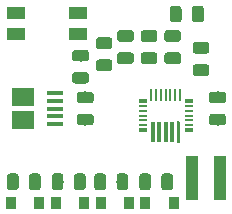
<source format=gbr>
G04 #@! TF.GenerationSoftware,KiCad,Pcbnew,(5.0.2)-1*
G04 #@! TF.CreationDate,2019-05-05T23:42:23+01:00*
G04 #@! TF.ProjectId,power-bank-upgrade,706f7765-722d-4626-916e-6b2d75706772,rev?*
G04 #@! TF.SameCoordinates,Original*
G04 #@! TF.FileFunction,Paste,Bot*
G04 #@! TF.FilePolarity,Positive*
%FSLAX46Y46*%
G04 Gerber Fmt 4.6, Leading zero omitted, Abs format (unit mm)*
G04 Created by KiCad (PCBNEW (5.0.2)-1) date 05/05/2019 23:42:23*
%MOMM*%
%LPD*%
G01*
G04 APERTURE LIST*
%ADD10R,0.980000X3.700000*%
%ADD11C,0.100000*%
%ADD12C,0.975000*%
%ADD13R,0.900000X1.000000*%
%ADD14R,1.550000X1.000000*%
%ADD15R,1.900000X1.500000*%
%ADD16R,1.350000X0.400000*%
%ADD17R,0.300000X1.800000*%
%ADD18R,0.700000X0.300000*%
%ADD19R,0.700000X0.200000*%
%ADD20R,0.200000X1.050000*%
%ADD21C,0.300000*%
G04 APERTURE END LIST*
D10*
G04 #@! TO.C,L1*
X36015000Y-186900000D03*
X38385000Y-186900000D03*
G04 #@! TD*
D11*
G04 #@! TO.C,R9*
G36*
X32330142Y-186501174D02*
X32353803Y-186504684D01*
X32377007Y-186510496D01*
X32399529Y-186518554D01*
X32421153Y-186528782D01*
X32441670Y-186541079D01*
X32460883Y-186555329D01*
X32478607Y-186571393D01*
X32494671Y-186589117D01*
X32508921Y-186608330D01*
X32521218Y-186628847D01*
X32531446Y-186650471D01*
X32539504Y-186672993D01*
X32545316Y-186696197D01*
X32548826Y-186719858D01*
X32550000Y-186743750D01*
X32550000Y-187656250D01*
X32548826Y-187680142D01*
X32545316Y-187703803D01*
X32539504Y-187727007D01*
X32531446Y-187749529D01*
X32521218Y-187771153D01*
X32508921Y-187791670D01*
X32494671Y-187810883D01*
X32478607Y-187828607D01*
X32460883Y-187844671D01*
X32441670Y-187858921D01*
X32421153Y-187871218D01*
X32399529Y-187881446D01*
X32377007Y-187889504D01*
X32353803Y-187895316D01*
X32330142Y-187898826D01*
X32306250Y-187900000D01*
X31818750Y-187900000D01*
X31794858Y-187898826D01*
X31771197Y-187895316D01*
X31747993Y-187889504D01*
X31725471Y-187881446D01*
X31703847Y-187871218D01*
X31683330Y-187858921D01*
X31664117Y-187844671D01*
X31646393Y-187828607D01*
X31630329Y-187810883D01*
X31616079Y-187791670D01*
X31603782Y-187771153D01*
X31593554Y-187749529D01*
X31585496Y-187727007D01*
X31579684Y-187703803D01*
X31576174Y-187680142D01*
X31575000Y-187656250D01*
X31575000Y-186743750D01*
X31576174Y-186719858D01*
X31579684Y-186696197D01*
X31585496Y-186672993D01*
X31593554Y-186650471D01*
X31603782Y-186628847D01*
X31616079Y-186608330D01*
X31630329Y-186589117D01*
X31646393Y-186571393D01*
X31664117Y-186555329D01*
X31683330Y-186541079D01*
X31703847Y-186528782D01*
X31725471Y-186518554D01*
X31747993Y-186510496D01*
X31771197Y-186504684D01*
X31794858Y-186501174D01*
X31818750Y-186500000D01*
X32306250Y-186500000D01*
X32330142Y-186501174D01*
X32330142Y-186501174D01*
G37*
D12*
X32062500Y-187200000D03*
D11*
G36*
X34205142Y-186501174D02*
X34228803Y-186504684D01*
X34252007Y-186510496D01*
X34274529Y-186518554D01*
X34296153Y-186528782D01*
X34316670Y-186541079D01*
X34335883Y-186555329D01*
X34353607Y-186571393D01*
X34369671Y-186589117D01*
X34383921Y-186608330D01*
X34396218Y-186628847D01*
X34406446Y-186650471D01*
X34414504Y-186672993D01*
X34420316Y-186696197D01*
X34423826Y-186719858D01*
X34425000Y-186743750D01*
X34425000Y-187656250D01*
X34423826Y-187680142D01*
X34420316Y-187703803D01*
X34414504Y-187727007D01*
X34406446Y-187749529D01*
X34396218Y-187771153D01*
X34383921Y-187791670D01*
X34369671Y-187810883D01*
X34353607Y-187828607D01*
X34335883Y-187844671D01*
X34316670Y-187858921D01*
X34296153Y-187871218D01*
X34274529Y-187881446D01*
X34252007Y-187889504D01*
X34228803Y-187895316D01*
X34205142Y-187898826D01*
X34181250Y-187900000D01*
X33693750Y-187900000D01*
X33669858Y-187898826D01*
X33646197Y-187895316D01*
X33622993Y-187889504D01*
X33600471Y-187881446D01*
X33578847Y-187871218D01*
X33558330Y-187858921D01*
X33539117Y-187844671D01*
X33521393Y-187828607D01*
X33505329Y-187810883D01*
X33491079Y-187791670D01*
X33478782Y-187771153D01*
X33468554Y-187749529D01*
X33460496Y-187727007D01*
X33454684Y-187703803D01*
X33451174Y-187680142D01*
X33450000Y-187656250D01*
X33450000Y-186743750D01*
X33451174Y-186719858D01*
X33454684Y-186696197D01*
X33460496Y-186672993D01*
X33468554Y-186650471D01*
X33478782Y-186628847D01*
X33491079Y-186608330D01*
X33505329Y-186589117D01*
X33521393Y-186571393D01*
X33539117Y-186555329D01*
X33558330Y-186541079D01*
X33578847Y-186528782D01*
X33600471Y-186518554D01*
X33622993Y-186510496D01*
X33646197Y-186504684D01*
X33669858Y-186501174D01*
X33693750Y-186500000D01*
X34181250Y-186500000D01*
X34205142Y-186501174D01*
X34205142Y-186501174D01*
G37*
D12*
X33937500Y-187200000D03*
G04 #@! TD*
D13*
G04 #@! TO.C,D2*
X20700000Y-189000000D03*
X23100000Y-189000000D03*
G04 #@! TD*
G04 #@! TO.C,D3*
X26900000Y-189000000D03*
X24500000Y-189000000D03*
G04 #@! TD*
G04 #@! TO.C,D5*
X32100000Y-189000000D03*
X34500000Y-189000000D03*
G04 #@! TD*
G04 #@! TO.C,D4*
X30700000Y-189000000D03*
X28300000Y-189000000D03*
G04 #@! TD*
D14*
G04 #@! TO.C,SW1*
X21175000Y-172950000D03*
X26425000Y-172950000D03*
X26425000Y-174650000D03*
X21175000Y-174650000D03*
G04 #@! TD*
D11*
G04 #@! TO.C,C1*
G36*
X34880142Y-176251174D02*
X34903803Y-176254684D01*
X34927007Y-176260496D01*
X34949529Y-176268554D01*
X34971153Y-176278782D01*
X34991670Y-176291079D01*
X35010883Y-176305329D01*
X35028607Y-176321393D01*
X35044671Y-176339117D01*
X35058921Y-176358330D01*
X35071218Y-176378847D01*
X35081446Y-176400471D01*
X35089504Y-176422993D01*
X35095316Y-176446197D01*
X35098826Y-176469858D01*
X35100000Y-176493750D01*
X35100000Y-176981250D01*
X35098826Y-177005142D01*
X35095316Y-177028803D01*
X35089504Y-177052007D01*
X35081446Y-177074529D01*
X35071218Y-177096153D01*
X35058921Y-177116670D01*
X35044671Y-177135883D01*
X35028607Y-177153607D01*
X35010883Y-177169671D01*
X34991670Y-177183921D01*
X34971153Y-177196218D01*
X34949529Y-177206446D01*
X34927007Y-177214504D01*
X34903803Y-177220316D01*
X34880142Y-177223826D01*
X34856250Y-177225000D01*
X33943750Y-177225000D01*
X33919858Y-177223826D01*
X33896197Y-177220316D01*
X33872993Y-177214504D01*
X33850471Y-177206446D01*
X33828847Y-177196218D01*
X33808330Y-177183921D01*
X33789117Y-177169671D01*
X33771393Y-177153607D01*
X33755329Y-177135883D01*
X33741079Y-177116670D01*
X33728782Y-177096153D01*
X33718554Y-177074529D01*
X33710496Y-177052007D01*
X33704684Y-177028803D01*
X33701174Y-177005142D01*
X33700000Y-176981250D01*
X33700000Y-176493750D01*
X33701174Y-176469858D01*
X33704684Y-176446197D01*
X33710496Y-176422993D01*
X33718554Y-176400471D01*
X33728782Y-176378847D01*
X33741079Y-176358330D01*
X33755329Y-176339117D01*
X33771393Y-176321393D01*
X33789117Y-176305329D01*
X33808330Y-176291079D01*
X33828847Y-176278782D01*
X33850471Y-176268554D01*
X33872993Y-176260496D01*
X33896197Y-176254684D01*
X33919858Y-176251174D01*
X33943750Y-176250000D01*
X34856250Y-176250000D01*
X34880142Y-176251174D01*
X34880142Y-176251174D01*
G37*
D12*
X34400000Y-176737500D03*
D11*
G36*
X34880142Y-174376174D02*
X34903803Y-174379684D01*
X34927007Y-174385496D01*
X34949529Y-174393554D01*
X34971153Y-174403782D01*
X34991670Y-174416079D01*
X35010883Y-174430329D01*
X35028607Y-174446393D01*
X35044671Y-174464117D01*
X35058921Y-174483330D01*
X35071218Y-174503847D01*
X35081446Y-174525471D01*
X35089504Y-174547993D01*
X35095316Y-174571197D01*
X35098826Y-174594858D01*
X35100000Y-174618750D01*
X35100000Y-175106250D01*
X35098826Y-175130142D01*
X35095316Y-175153803D01*
X35089504Y-175177007D01*
X35081446Y-175199529D01*
X35071218Y-175221153D01*
X35058921Y-175241670D01*
X35044671Y-175260883D01*
X35028607Y-175278607D01*
X35010883Y-175294671D01*
X34991670Y-175308921D01*
X34971153Y-175321218D01*
X34949529Y-175331446D01*
X34927007Y-175339504D01*
X34903803Y-175345316D01*
X34880142Y-175348826D01*
X34856250Y-175350000D01*
X33943750Y-175350000D01*
X33919858Y-175348826D01*
X33896197Y-175345316D01*
X33872993Y-175339504D01*
X33850471Y-175331446D01*
X33828847Y-175321218D01*
X33808330Y-175308921D01*
X33789117Y-175294671D01*
X33771393Y-175278607D01*
X33755329Y-175260883D01*
X33741079Y-175241670D01*
X33728782Y-175221153D01*
X33718554Y-175199529D01*
X33710496Y-175177007D01*
X33704684Y-175153803D01*
X33701174Y-175130142D01*
X33700000Y-175106250D01*
X33700000Y-174618750D01*
X33701174Y-174594858D01*
X33704684Y-174571197D01*
X33710496Y-174547993D01*
X33718554Y-174525471D01*
X33728782Y-174503847D01*
X33741079Y-174483330D01*
X33755329Y-174464117D01*
X33771393Y-174446393D01*
X33789117Y-174430329D01*
X33808330Y-174416079D01*
X33828847Y-174403782D01*
X33850471Y-174393554D01*
X33872993Y-174385496D01*
X33896197Y-174379684D01*
X33919858Y-174376174D01*
X33943750Y-174375000D01*
X34856250Y-174375000D01*
X34880142Y-174376174D01*
X34880142Y-174376174D01*
G37*
D12*
X34400000Y-174862500D03*
G04 #@! TD*
D11*
G04 #@! TO.C,C2*
G36*
X27480142Y-179576174D02*
X27503803Y-179579684D01*
X27527007Y-179585496D01*
X27549529Y-179593554D01*
X27571153Y-179603782D01*
X27591670Y-179616079D01*
X27610883Y-179630329D01*
X27628607Y-179646393D01*
X27644671Y-179664117D01*
X27658921Y-179683330D01*
X27671218Y-179703847D01*
X27681446Y-179725471D01*
X27689504Y-179747993D01*
X27695316Y-179771197D01*
X27698826Y-179794858D01*
X27700000Y-179818750D01*
X27700000Y-180306250D01*
X27698826Y-180330142D01*
X27695316Y-180353803D01*
X27689504Y-180377007D01*
X27681446Y-180399529D01*
X27671218Y-180421153D01*
X27658921Y-180441670D01*
X27644671Y-180460883D01*
X27628607Y-180478607D01*
X27610883Y-180494671D01*
X27591670Y-180508921D01*
X27571153Y-180521218D01*
X27549529Y-180531446D01*
X27527007Y-180539504D01*
X27503803Y-180545316D01*
X27480142Y-180548826D01*
X27456250Y-180550000D01*
X26543750Y-180550000D01*
X26519858Y-180548826D01*
X26496197Y-180545316D01*
X26472993Y-180539504D01*
X26450471Y-180531446D01*
X26428847Y-180521218D01*
X26408330Y-180508921D01*
X26389117Y-180494671D01*
X26371393Y-180478607D01*
X26355329Y-180460883D01*
X26341079Y-180441670D01*
X26328782Y-180421153D01*
X26318554Y-180399529D01*
X26310496Y-180377007D01*
X26304684Y-180353803D01*
X26301174Y-180330142D01*
X26300000Y-180306250D01*
X26300000Y-179818750D01*
X26301174Y-179794858D01*
X26304684Y-179771197D01*
X26310496Y-179747993D01*
X26318554Y-179725471D01*
X26328782Y-179703847D01*
X26341079Y-179683330D01*
X26355329Y-179664117D01*
X26371393Y-179646393D01*
X26389117Y-179630329D01*
X26408330Y-179616079D01*
X26428847Y-179603782D01*
X26450471Y-179593554D01*
X26472993Y-179585496D01*
X26496197Y-179579684D01*
X26519858Y-179576174D01*
X26543750Y-179575000D01*
X27456250Y-179575000D01*
X27480142Y-179576174D01*
X27480142Y-179576174D01*
G37*
D12*
X27000000Y-180062500D03*
D11*
G36*
X27480142Y-181451174D02*
X27503803Y-181454684D01*
X27527007Y-181460496D01*
X27549529Y-181468554D01*
X27571153Y-181478782D01*
X27591670Y-181491079D01*
X27610883Y-181505329D01*
X27628607Y-181521393D01*
X27644671Y-181539117D01*
X27658921Y-181558330D01*
X27671218Y-181578847D01*
X27681446Y-181600471D01*
X27689504Y-181622993D01*
X27695316Y-181646197D01*
X27698826Y-181669858D01*
X27700000Y-181693750D01*
X27700000Y-182181250D01*
X27698826Y-182205142D01*
X27695316Y-182228803D01*
X27689504Y-182252007D01*
X27681446Y-182274529D01*
X27671218Y-182296153D01*
X27658921Y-182316670D01*
X27644671Y-182335883D01*
X27628607Y-182353607D01*
X27610883Y-182369671D01*
X27591670Y-182383921D01*
X27571153Y-182396218D01*
X27549529Y-182406446D01*
X27527007Y-182414504D01*
X27503803Y-182420316D01*
X27480142Y-182423826D01*
X27456250Y-182425000D01*
X26543750Y-182425000D01*
X26519858Y-182423826D01*
X26496197Y-182420316D01*
X26472993Y-182414504D01*
X26450471Y-182406446D01*
X26428847Y-182396218D01*
X26408330Y-182383921D01*
X26389117Y-182369671D01*
X26371393Y-182353607D01*
X26355329Y-182335883D01*
X26341079Y-182316670D01*
X26328782Y-182296153D01*
X26318554Y-182274529D01*
X26310496Y-182252007D01*
X26304684Y-182228803D01*
X26301174Y-182205142D01*
X26300000Y-182181250D01*
X26300000Y-181693750D01*
X26301174Y-181669858D01*
X26304684Y-181646197D01*
X26310496Y-181622993D01*
X26318554Y-181600471D01*
X26328782Y-181578847D01*
X26341079Y-181558330D01*
X26355329Y-181539117D01*
X26371393Y-181521393D01*
X26389117Y-181505329D01*
X26408330Y-181491079D01*
X26428847Y-181478782D01*
X26450471Y-181468554D01*
X26472993Y-181460496D01*
X26496197Y-181454684D01*
X26519858Y-181451174D01*
X26543750Y-181450000D01*
X27456250Y-181450000D01*
X27480142Y-181451174D01*
X27480142Y-181451174D01*
G37*
D12*
X27000000Y-181937500D03*
G04 #@! TD*
D11*
G04 #@! TO.C,C5*
G36*
X29080142Y-174976174D02*
X29103803Y-174979684D01*
X29127007Y-174985496D01*
X29149529Y-174993554D01*
X29171153Y-175003782D01*
X29191670Y-175016079D01*
X29210883Y-175030329D01*
X29228607Y-175046393D01*
X29244671Y-175064117D01*
X29258921Y-175083330D01*
X29271218Y-175103847D01*
X29281446Y-175125471D01*
X29289504Y-175147993D01*
X29295316Y-175171197D01*
X29298826Y-175194858D01*
X29300000Y-175218750D01*
X29300000Y-175706250D01*
X29298826Y-175730142D01*
X29295316Y-175753803D01*
X29289504Y-175777007D01*
X29281446Y-175799529D01*
X29271218Y-175821153D01*
X29258921Y-175841670D01*
X29244671Y-175860883D01*
X29228607Y-175878607D01*
X29210883Y-175894671D01*
X29191670Y-175908921D01*
X29171153Y-175921218D01*
X29149529Y-175931446D01*
X29127007Y-175939504D01*
X29103803Y-175945316D01*
X29080142Y-175948826D01*
X29056250Y-175950000D01*
X28143750Y-175950000D01*
X28119858Y-175948826D01*
X28096197Y-175945316D01*
X28072993Y-175939504D01*
X28050471Y-175931446D01*
X28028847Y-175921218D01*
X28008330Y-175908921D01*
X27989117Y-175894671D01*
X27971393Y-175878607D01*
X27955329Y-175860883D01*
X27941079Y-175841670D01*
X27928782Y-175821153D01*
X27918554Y-175799529D01*
X27910496Y-175777007D01*
X27904684Y-175753803D01*
X27901174Y-175730142D01*
X27900000Y-175706250D01*
X27900000Y-175218750D01*
X27901174Y-175194858D01*
X27904684Y-175171197D01*
X27910496Y-175147993D01*
X27918554Y-175125471D01*
X27928782Y-175103847D01*
X27941079Y-175083330D01*
X27955329Y-175064117D01*
X27971393Y-175046393D01*
X27989117Y-175030329D01*
X28008330Y-175016079D01*
X28028847Y-175003782D01*
X28050471Y-174993554D01*
X28072993Y-174985496D01*
X28096197Y-174979684D01*
X28119858Y-174976174D01*
X28143750Y-174975000D01*
X29056250Y-174975000D01*
X29080142Y-174976174D01*
X29080142Y-174976174D01*
G37*
D12*
X28600000Y-175462500D03*
D11*
G36*
X29080142Y-176851174D02*
X29103803Y-176854684D01*
X29127007Y-176860496D01*
X29149529Y-176868554D01*
X29171153Y-176878782D01*
X29191670Y-176891079D01*
X29210883Y-176905329D01*
X29228607Y-176921393D01*
X29244671Y-176939117D01*
X29258921Y-176958330D01*
X29271218Y-176978847D01*
X29281446Y-177000471D01*
X29289504Y-177022993D01*
X29295316Y-177046197D01*
X29298826Y-177069858D01*
X29300000Y-177093750D01*
X29300000Y-177581250D01*
X29298826Y-177605142D01*
X29295316Y-177628803D01*
X29289504Y-177652007D01*
X29281446Y-177674529D01*
X29271218Y-177696153D01*
X29258921Y-177716670D01*
X29244671Y-177735883D01*
X29228607Y-177753607D01*
X29210883Y-177769671D01*
X29191670Y-177783921D01*
X29171153Y-177796218D01*
X29149529Y-177806446D01*
X29127007Y-177814504D01*
X29103803Y-177820316D01*
X29080142Y-177823826D01*
X29056250Y-177825000D01*
X28143750Y-177825000D01*
X28119858Y-177823826D01*
X28096197Y-177820316D01*
X28072993Y-177814504D01*
X28050471Y-177806446D01*
X28028847Y-177796218D01*
X28008330Y-177783921D01*
X27989117Y-177769671D01*
X27971393Y-177753607D01*
X27955329Y-177735883D01*
X27941079Y-177716670D01*
X27928782Y-177696153D01*
X27918554Y-177674529D01*
X27910496Y-177652007D01*
X27904684Y-177628803D01*
X27901174Y-177605142D01*
X27900000Y-177581250D01*
X27900000Y-177093750D01*
X27901174Y-177069858D01*
X27904684Y-177046197D01*
X27910496Y-177022993D01*
X27918554Y-177000471D01*
X27928782Y-176978847D01*
X27941079Y-176958330D01*
X27955329Y-176939117D01*
X27971393Y-176921393D01*
X27989117Y-176905329D01*
X28008330Y-176891079D01*
X28028847Y-176878782D01*
X28050471Y-176868554D01*
X28072993Y-176860496D01*
X28096197Y-176854684D01*
X28119858Y-176851174D01*
X28143750Y-176850000D01*
X29056250Y-176850000D01*
X29080142Y-176851174D01*
X29080142Y-176851174D01*
G37*
D12*
X28600000Y-177337500D03*
G04 #@! TD*
D11*
G04 #@! TO.C,C6*
G36*
X37280142Y-175376174D02*
X37303803Y-175379684D01*
X37327007Y-175385496D01*
X37349529Y-175393554D01*
X37371153Y-175403782D01*
X37391670Y-175416079D01*
X37410883Y-175430329D01*
X37428607Y-175446393D01*
X37444671Y-175464117D01*
X37458921Y-175483330D01*
X37471218Y-175503847D01*
X37481446Y-175525471D01*
X37489504Y-175547993D01*
X37495316Y-175571197D01*
X37498826Y-175594858D01*
X37500000Y-175618750D01*
X37500000Y-176106250D01*
X37498826Y-176130142D01*
X37495316Y-176153803D01*
X37489504Y-176177007D01*
X37481446Y-176199529D01*
X37471218Y-176221153D01*
X37458921Y-176241670D01*
X37444671Y-176260883D01*
X37428607Y-176278607D01*
X37410883Y-176294671D01*
X37391670Y-176308921D01*
X37371153Y-176321218D01*
X37349529Y-176331446D01*
X37327007Y-176339504D01*
X37303803Y-176345316D01*
X37280142Y-176348826D01*
X37256250Y-176350000D01*
X36343750Y-176350000D01*
X36319858Y-176348826D01*
X36296197Y-176345316D01*
X36272993Y-176339504D01*
X36250471Y-176331446D01*
X36228847Y-176321218D01*
X36208330Y-176308921D01*
X36189117Y-176294671D01*
X36171393Y-176278607D01*
X36155329Y-176260883D01*
X36141079Y-176241670D01*
X36128782Y-176221153D01*
X36118554Y-176199529D01*
X36110496Y-176177007D01*
X36104684Y-176153803D01*
X36101174Y-176130142D01*
X36100000Y-176106250D01*
X36100000Y-175618750D01*
X36101174Y-175594858D01*
X36104684Y-175571197D01*
X36110496Y-175547993D01*
X36118554Y-175525471D01*
X36128782Y-175503847D01*
X36141079Y-175483330D01*
X36155329Y-175464117D01*
X36171393Y-175446393D01*
X36189117Y-175430329D01*
X36208330Y-175416079D01*
X36228847Y-175403782D01*
X36250471Y-175393554D01*
X36272993Y-175385496D01*
X36296197Y-175379684D01*
X36319858Y-175376174D01*
X36343750Y-175375000D01*
X37256250Y-175375000D01*
X37280142Y-175376174D01*
X37280142Y-175376174D01*
G37*
D12*
X36800000Y-175862500D03*
D11*
G36*
X37280142Y-177251174D02*
X37303803Y-177254684D01*
X37327007Y-177260496D01*
X37349529Y-177268554D01*
X37371153Y-177278782D01*
X37391670Y-177291079D01*
X37410883Y-177305329D01*
X37428607Y-177321393D01*
X37444671Y-177339117D01*
X37458921Y-177358330D01*
X37471218Y-177378847D01*
X37481446Y-177400471D01*
X37489504Y-177422993D01*
X37495316Y-177446197D01*
X37498826Y-177469858D01*
X37500000Y-177493750D01*
X37500000Y-177981250D01*
X37498826Y-178005142D01*
X37495316Y-178028803D01*
X37489504Y-178052007D01*
X37481446Y-178074529D01*
X37471218Y-178096153D01*
X37458921Y-178116670D01*
X37444671Y-178135883D01*
X37428607Y-178153607D01*
X37410883Y-178169671D01*
X37391670Y-178183921D01*
X37371153Y-178196218D01*
X37349529Y-178206446D01*
X37327007Y-178214504D01*
X37303803Y-178220316D01*
X37280142Y-178223826D01*
X37256250Y-178225000D01*
X36343750Y-178225000D01*
X36319858Y-178223826D01*
X36296197Y-178220316D01*
X36272993Y-178214504D01*
X36250471Y-178206446D01*
X36228847Y-178196218D01*
X36208330Y-178183921D01*
X36189117Y-178169671D01*
X36171393Y-178153607D01*
X36155329Y-178135883D01*
X36141079Y-178116670D01*
X36128782Y-178096153D01*
X36118554Y-178074529D01*
X36110496Y-178052007D01*
X36104684Y-178028803D01*
X36101174Y-178005142D01*
X36100000Y-177981250D01*
X36100000Y-177493750D01*
X36101174Y-177469858D01*
X36104684Y-177446197D01*
X36110496Y-177422993D01*
X36118554Y-177400471D01*
X36128782Y-177378847D01*
X36141079Y-177358330D01*
X36155329Y-177339117D01*
X36171393Y-177321393D01*
X36189117Y-177305329D01*
X36208330Y-177291079D01*
X36228847Y-177278782D01*
X36250471Y-177268554D01*
X36272993Y-177260496D01*
X36296197Y-177254684D01*
X36319858Y-177251174D01*
X36343750Y-177250000D01*
X37256250Y-177250000D01*
X37280142Y-177251174D01*
X37280142Y-177251174D01*
G37*
D12*
X36800000Y-177737500D03*
G04 #@! TD*
D15*
G04 #@! TO.C,J1*
X21762500Y-180000000D03*
D16*
X24462500Y-181650000D03*
X24462500Y-182300000D03*
X24462500Y-179700000D03*
X24462500Y-180350000D03*
X24462500Y-181000000D03*
D15*
X21762500Y-182000000D03*
G04 #@! TD*
D11*
G04 #@! TO.C,R1*
G36*
X27080142Y-176038674D02*
X27103803Y-176042184D01*
X27127007Y-176047996D01*
X27149529Y-176056054D01*
X27171153Y-176066282D01*
X27191670Y-176078579D01*
X27210883Y-176092829D01*
X27228607Y-176108893D01*
X27244671Y-176126617D01*
X27258921Y-176145830D01*
X27271218Y-176166347D01*
X27281446Y-176187971D01*
X27289504Y-176210493D01*
X27295316Y-176233697D01*
X27298826Y-176257358D01*
X27300000Y-176281250D01*
X27300000Y-176768750D01*
X27298826Y-176792642D01*
X27295316Y-176816303D01*
X27289504Y-176839507D01*
X27281446Y-176862029D01*
X27271218Y-176883653D01*
X27258921Y-176904170D01*
X27244671Y-176923383D01*
X27228607Y-176941107D01*
X27210883Y-176957171D01*
X27191670Y-176971421D01*
X27171153Y-176983718D01*
X27149529Y-176993946D01*
X27127007Y-177002004D01*
X27103803Y-177007816D01*
X27080142Y-177011326D01*
X27056250Y-177012500D01*
X26143750Y-177012500D01*
X26119858Y-177011326D01*
X26096197Y-177007816D01*
X26072993Y-177002004D01*
X26050471Y-176993946D01*
X26028847Y-176983718D01*
X26008330Y-176971421D01*
X25989117Y-176957171D01*
X25971393Y-176941107D01*
X25955329Y-176923383D01*
X25941079Y-176904170D01*
X25928782Y-176883653D01*
X25918554Y-176862029D01*
X25910496Y-176839507D01*
X25904684Y-176816303D01*
X25901174Y-176792642D01*
X25900000Y-176768750D01*
X25900000Y-176281250D01*
X25901174Y-176257358D01*
X25904684Y-176233697D01*
X25910496Y-176210493D01*
X25918554Y-176187971D01*
X25928782Y-176166347D01*
X25941079Y-176145830D01*
X25955329Y-176126617D01*
X25971393Y-176108893D01*
X25989117Y-176092829D01*
X26008330Y-176078579D01*
X26028847Y-176066282D01*
X26050471Y-176056054D01*
X26072993Y-176047996D01*
X26096197Y-176042184D01*
X26119858Y-176038674D01*
X26143750Y-176037500D01*
X27056250Y-176037500D01*
X27080142Y-176038674D01*
X27080142Y-176038674D01*
G37*
D12*
X26600000Y-176525000D03*
D11*
G36*
X27080142Y-177913674D02*
X27103803Y-177917184D01*
X27127007Y-177922996D01*
X27149529Y-177931054D01*
X27171153Y-177941282D01*
X27191670Y-177953579D01*
X27210883Y-177967829D01*
X27228607Y-177983893D01*
X27244671Y-178001617D01*
X27258921Y-178020830D01*
X27271218Y-178041347D01*
X27281446Y-178062971D01*
X27289504Y-178085493D01*
X27295316Y-178108697D01*
X27298826Y-178132358D01*
X27300000Y-178156250D01*
X27300000Y-178643750D01*
X27298826Y-178667642D01*
X27295316Y-178691303D01*
X27289504Y-178714507D01*
X27281446Y-178737029D01*
X27271218Y-178758653D01*
X27258921Y-178779170D01*
X27244671Y-178798383D01*
X27228607Y-178816107D01*
X27210883Y-178832171D01*
X27191670Y-178846421D01*
X27171153Y-178858718D01*
X27149529Y-178868946D01*
X27127007Y-178877004D01*
X27103803Y-178882816D01*
X27080142Y-178886326D01*
X27056250Y-178887500D01*
X26143750Y-178887500D01*
X26119858Y-178886326D01*
X26096197Y-178882816D01*
X26072993Y-178877004D01*
X26050471Y-178868946D01*
X26028847Y-178858718D01*
X26008330Y-178846421D01*
X25989117Y-178832171D01*
X25971393Y-178816107D01*
X25955329Y-178798383D01*
X25941079Y-178779170D01*
X25928782Y-178758653D01*
X25918554Y-178737029D01*
X25910496Y-178714507D01*
X25904684Y-178691303D01*
X25901174Y-178667642D01*
X25900000Y-178643750D01*
X25900000Y-178156250D01*
X25901174Y-178132358D01*
X25904684Y-178108697D01*
X25910496Y-178085493D01*
X25918554Y-178062971D01*
X25928782Y-178041347D01*
X25941079Y-178020830D01*
X25955329Y-178001617D01*
X25971393Y-177983893D01*
X25989117Y-177967829D01*
X26008330Y-177953579D01*
X26028847Y-177941282D01*
X26050471Y-177931054D01*
X26072993Y-177922996D01*
X26096197Y-177917184D01*
X26119858Y-177913674D01*
X26143750Y-177912500D01*
X27056250Y-177912500D01*
X27080142Y-177913674D01*
X27080142Y-177913674D01*
G37*
D12*
X26600000Y-178400000D03*
G04 #@! TD*
D11*
G04 #@! TO.C,R2*
G36*
X32880142Y-176251174D02*
X32903803Y-176254684D01*
X32927007Y-176260496D01*
X32949529Y-176268554D01*
X32971153Y-176278782D01*
X32991670Y-176291079D01*
X33010883Y-176305329D01*
X33028607Y-176321393D01*
X33044671Y-176339117D01*
X33058921Y-176358330D01*
X33071218Y-176378847D01*
X33081446Y-176400471D01*
X33089504Y-176422993D01*
X33095316Y-176446197D01*
X33098826Y-176469858D01*
X33100000Y-176493750D01*
X33100000Y-176981250D01*
X33098826Y-177005142D01*
X33095316Y-177028803D01*
X33089504Y-177052007D01*
X33081446Y-177074529D01*
X33071218Y-177096153D01*
X33058921Y-177116670D01*
X33044671Y-177135883D01*
X33028607Y-177153607D01*
X33010883Y-177169671D01*
X32991670Y-177183921D01*
X32971153Y-177196218D01*
X32949529Y-177206446D01*
X32927007Y-177214504D01*
X32903803Y-177220316D01*
X32880142Y-177223826D01*
X32856250Y-177225000D01*
X31943750Y-177225000D01*
X31919858Y-177223826D01*
X31896197Y-177220316D01*
X31872993Y-177214504D01*
X31850471Y-177206446D01*
X31828847Y-177196218D01*
X31808330Y-177183921D01*
X31789117Y-177169671D01*
X31771393Y-177153607D01*
X31755329Y-177135883D01*
X31741079Y-177116670D01*
X31728782Y-177096153D01*
X31718554Y-177074529D01*
X31710496Y-177052007D01*
X31704684Y-177028803D01*
X31701174Y-177005142D01*
X31700000Y-176981250D01*
X31700000Y-176493750D01*
X31701174Y-176469858D01*
X31704684Y-176446197D01*
X31710496Y-176422993D01*
X31718554Y-176400471D01*
X31728782Y-176378847D01*
X31741079Y-176358330D01*
X31755329Y-176339117D01*
X31771393Y-176321393D01*
X31789117Y-176305329D01*
X31808330Y-176291079D01*
X31828847Y-176278782D01*
X31850471Y-176268554D01*
X31872993Y-176260496D01*
X31896197Y-176254684D01*
X31919858Y-176251174D01*
X31943750Y-176250000D01*
X32856250Y-176250000D01*
X32880142Y-176251174D01*
X32880142Y-176251174D01*
G37*
D12*
X32400000Y-176737500D03*
D11*
G36*
X32880142Y-174376174D02*
X32903803Y-174379684D01*
X32927007Y-174385496D01*
X32949529Y-174393554D01*
X32971153Y-174403782D01*
X32991670Y-174416079D01*
X33010883Y-174430329D01*
X33028607Y-174446393D01*
X33044671Y-174464117D01*
X33058921Y-174483330D01*
X33071218Y-174503847D01*
X33081446Y-174525471D01*
X33089504Y-174547993D01*
X33095316Y-174571197D01*
X33098826Y-174594858D01*
X33100000Y-174618750D01*
X33100000Y-175106250D01*
X33098826Y-175130142D01*
X33095316Y-175153803D01*
X33089504Y-175177007D01*
X33081446Y-175199529D01*
X33071218Y-175221153D01*
X33058921Y-175241670D01*
X33044671Y-175260883D01*
X33028607Y-175278607D01*
X33010883Y-175294671D01*
X32991670Y-175308921D01*
X32971153Y-175321218D01*
X32949529Y-175331446D01*
X32927007Y-175339504D01*
X32903803Y-175345316D01*
X32880142Y-175348826D01*
X32856250Y-175350000D01*
X31943750Y-175350000D01*
X31919858Y-175348826D01*
X31896197Y-175345316D01*
X31872993Y-175339504D01*
X31850471Y-175331446D01*
X31828847Y-175321218D01*
X31808330Y-175308921D01*
X31789117Y-175294671D01*
X31771393Y-175278607D01*
X31755329Y-175260883D01*
X31741079Y-175241670D01*
X31728782Y-175221153D01*
X31718554Y-175199529D01*
X31710496Y-175177007D01*
X31704684Y-175153803D01*
X31701174Y-175130142D01*
X31700000Y-175106250D01*
X31700000Y-174618750D01*
X31701174Y-174594858D01*
X31704684Y-174571197D01*
X31710496Y-174547993D01*
X31718554Y-174525471D01*
X31728782Y-174503847D01*
X31741079Y-174483330D01*
X31755329Y-174464117D01*
X31771393Y-174446393D01*
X31789117Y-174430329D01*
X31808330Y-174416079D01*
X31828847Y-174403782D01*
X31850471Y-174393554D01*
X31872993Y-174385496D01*
X31896197Y-174379684D01*
X31919858Y-174376174D01*
X31943750Y-174375000D01*
X32856250Y-174375000D01*
X32880142Y-174376174D01*
X32880142Y-174376174D01*
G37*
D12*
X32400000Y-174862500D03*
G04 #@! TD*
D11*
G04 #@! TO.C,R3*
G36*
X30880142Y-176251174D02*
X30903803Y-176254684D01*
X30927007Y-176260496D01*
X30949529Y-176268554D01*
X30971153Y-176278782D01*
X30991670Y-176291079D01*
X31010883Y-176305329D01*
X31028607Y-176321393D01*
X31044671Y-176339117D01*
X31058921Y-176358330D01*
X31071218Y-176378847D01*
X31081446Y-176400471D01*
X31089504Y-176422993D01*
X31095316Y-176446197D01*
X31098826Y-176469858D01*
X31100000Y-176493750D01*
X31100000Y-176981250D01*
X31098826Y-177005142D01*
X31095316Y-177028803D01*
X31089504Y-177052007D01*
X31081446Y-177074529D01*
X31071218Y-177096153D01*
X31058921Y-177116670D01*
X31044671Y-177135883D01*
X31028607Y-177153607D01*
X31010883Y-177169671D01*
X30991670Y-177183921D01*
X30971153Y-177196218D01*
X30949529Y-177206446D01*
X30927007Y-177214504D01*
X30903803Y-177220316D01*
X30880142Y-177223826D01*
X30856250Y-177225000D01*
X29943750Y-177225000D01*
X29919858Y-177223826D01*
X29896197Y-177220316D01*
X29872993Y-177214504D01*
X29850471Y-177206446D01*
X29828847Y-177196218D01*
X29808330Y-177183921D01*
X29789117Y-177169671D01*
X29771393Y-177153607D01*
X29755329Y-177135883D01*
X29741079Y-177116670D01*
X29728782Y-177096153D01*
X29718554Y-177074529D01*
X29710496Y-177052007D01*
X29704684Y-177028803D01*
X29701174Y-177005142D01*
X29700000Y-176981250D01*
X29700000Y-176493750D01*
X29701174Y-176469858D01*
X29704684Y-176446197D01*
X29710496Y-176422993D01*
X29718554Y-176400471D01*
X29728782Y-176378847D01*
X29741079Y-176358330D01*
X29755329Y-176339117D01*
X29771393Y-176321393D01*
X29789117Y-176305329D01*
X29808330Y-176291079D01*
X29828847Y-176278782D01*
X29850471Y-176268554D01*
X29872993Y-176260496D01*
X29896197Y-176254684D01*
X29919858Y-176251174D01*
X29943750Y-176250000D01*
X30856250Y-176250000D01*
X30880142Y-176251174D01*
X30880142Y-176251174D01*
G37*
D12*
X30400000Y-176737500D03*
D11*
G36*
X30880142Y-174376174D02*
X30903803Y-174379684D01*
X30927007Y-174385496D01*
X30949529Y-174393554D01*
X30971153Y-174403782D01*
X30991670Y-174416079D01*
X31010883Y-174430329D01*
X31028607Y-174446393D01*
X31044671Y-174464117D01*
X31058921Y-174483330D01*
X31071218Y-174503847D01*
X31081446Y-174525471D01*
X31089504Y-174547993D01*
X31095316Y-174571197D01*
X31098826Y-174594858D01*
X31100000Y-174618750D01*
X31100000Y-175106250D01*
X31098826Y-175130142D01*
X31095316Y-175153803D01*
X31089504Y-175177007D01*
X31081446Y-175199529D01*
X31071218Y-175221153D01*
X31058921Y-175241670D01*
X31044671Y-175260883D01*
X31028607Y-175278607D01*
X31010883Y-175294671D01*
X30991670Y-175308921D01*
X30971153Y-175321218D01*
X30949529Y-175331446D01*
X30927007Y-175339504D01*
X30903803Y-175345316D01*
X30880142Y-175348826D01*
X30856250Y-175350000D01*
X29943750Y-175350000D01*
X29919858Y-175348826D01*
X29896197Y-175345316D01*
X29872993Y-175339504D01*
X29850471Y-175331446D01*
X29828847Y-175321218D01*
X29808330Y-175308921D01*
X29789117Y-175294671D01*
X29771393Y-175278607D01*
X29755329Y-175260883D01*
X29741079Y-175241670D01*
X29728782Y-175221153D01*
X29718554Y-175199529D01*
X29710496Y-175177007D01*
X29704684Y-175153803D01*
X29701174Y-175130142D01*
X29700000Y-175106250D01*
X29700000Y-174618750D01*
X29701174Y-174594858D01*
X29704684Y-174571197D01*
X29710496Y-174547993D01*
X29718554Y-174525471D01*
X29728782Y-174503847D01*
X29741079Y-174483330D01*
X29755329Y-174464117D01*
X29771393Y-174446393D01*
X29789117Y-174430329D01*
X29808330Y-174416079D01*
X29828847Y-174403782D01*
X29850471Y-174393554D01*
X29872993Y-174385496D01*
X29896197Y-174379684D01*
X29919858Y-174376174D01*
X29943750Y-174375000D01*
X30856250Y-174375000D01*
X30880142Y-174376174D01*
X30880142Y-174376174D01*
G37*
D12*
X30400000Y-174862500D03*
G04 #@! TD*
D11*
G04 #@! TO.C,R4*
G36*
X38680142Y-181451174D02*
X38703803Y-181454684D01*
X38727007Y-181460496D01*
X38749529Y-181468554D01*
X38771153Y-181478782D01*
X38791670Y-181491079D01*
X38810883Y-181505329D01*
X38828607Y-181521393D01*
X38844671Y-181539117D01*
X38858921Y-181558330D01*
X38871218Y-181578847D01*
X38881446Y-181600471D01*
X38889504Y-181622993D01*
X38895316Y-181646197D01*
X38898826Y-181669858D01*
X38900000Y-181693750D01*
X38900000Y-182181250D01*
X38898826Y-182205142D01*
X38895316Y-182228803D01*
X38889504Y-182252007D01*
X38881446Y-182274529D01*
X38871218Y-182296153D01*
X38858921Y-182316670D01*
X38844671Y-182335883D01*
X38828607Y-182353607D01*
X38810883Y-182369671D01*
X38791670Y-182383921D01*
X38771153Y-182396218D01*
X38749529Y-182406446D01*
X38727007Y-182414504D01*
X38703803Y-182420316D01*
X38680142Y-182423826D01*
X38656250Y-182425000D01*
X37743750Y-182425000D01*
X37719858Y-182423826D01*
X37696197Y-182420316D01*
X37672993Y-182414504D01*
X37650471Y-182406446D01*
X37628847Y-182396218D01*
X37608330Y-182383921D01*
X37589117Y-182369671D01*
X37571393Y-182353607D01*
X37555329Y-182335883D01*
X37541079Y-182316670D01*
X37528782Y-182296153D01*
X37518554Y-182274529D01*
X37510496Y-182252007D01*
X37504684Y-182228803D01*
X37501174Y-182205142D01*
X37500000Y-182181250D01*
X37500000Y-181693750D01*
X37501174Y-181669858D01*
X37504684Y-181646197D01*
X37510496Y-181622993D01*
X37518554Y-181600471D01*
X37528782Y-181578847D01*
X37541079Y-181558330D01*
X37555329Y-181539117D01*
X37571393Y-181521393D01*
X37589117Y-181505329D01*
X37608330Y-181491079D01*
X37628847Y-181478782D01*
X37650471Y-181468554D01*
X37672993Y-181460496D01*
X37696197Y-181454684D01*
X37719858Y-181451174D01*
X37743750Y-181450000D01*
X38656250Y-181450000D01*
X38680142Y-181451174D01*
X38680142Y-181451174D01*
G37*
D12*
X38200000Y-181937500D03*
D11*
G36*
X38680142Y-179576174D02*
X38703803Y-179579684D01*
X38727007Y-179585496D01*
X38749529Y-179593554D01*
X38771153Y-179603782D01*
X38791670Y-179616079D01*
X38810883Y-179630329D01*
X38828607Y-179646393D01*
X38844671Y-179664117D01*
X38858921Y-179683330D01*
X38871218Y-179703847D01*
X38881446Y-179725471D01*
X38889504Y-179747993D01*
X38895316Y-179771197D01*
X38898826Y-179794858D01*
X38900000Y-179818750D01*
X38900000Y-180306250D01*
X38898826Y-180330142D01*
X38895316Y-180353803D01*
X38889504Y-180377007D01*
X38881446Y-180399529D01*
X38871218Y-180421153D01*
X38858921Y-180441670D01*
X38844671Y-180460883D01*
X38828607Y-180478607D01*
X38810883Y-180494671D01*
X38791670Y-180508921D01*
X38771153Y-180521218D01*
X38749529Y-180531446D01*
X38727007Y-180539504D01*
X38703803Y-180545316D01*
X38680142Y-180548826D01*
X38656250Y-180550000D01*
X37743750Y-180550000D01*
X37719858Y-180548826D01*
X37696197Y-180545316D01*
X37672993Y-180539504D01*
X37650471Y-180531446D01*
X37628847Y-180521218D01*
X37608330Y-180508921D01*
X37589117Y-180494671D01*
X37571393Y-180478607D01*
X37555329Y-180460883D01*
X37541079Y-180441670D01*
X37528782Y-180421153D01*
X37518554Y-180399529D01*
X37510496Y-180377007D01*
X37504684Y-180353803D01*
X37501174Y-180330142D01*
X37500000Y-180306250D01*
X37500000Y-179818750D01*
X37501174Y-179794858D01*
X37504684Y-179771197D01*
X37510496Y-179747993D01*
X37518554Y-179725471D01*
X37528782Y-179703847D01*
X37541079Y-179683330D01*
X37555329Y-179664117D01*
X37571393Y-179646393D01*
X37589117Y-179630329D01*
X37608330Y-179616079D01*
X37628847Y-179603782D01*
X37650471Y-179593554D01*
X37672993Y-179585496D01*
X37696197Y-179579684D01*
X37719858Y-179576174D01*
X37743750Y-179575000D01*
X38656250Y-179575000D01*
X38680142Y-179576174D01*
X38680142Y-179576174D01*
G37*
D12*
X38200000Y-180062500D03*
G04 #@! TD*
D11*
G04 #@! TO.C,R6*
G36*
X23005142Y-186501174D02*
X23028803Y-186504684D01*
X23052007Y-186510496D01*
X23074529Y-186518554D01*
X23096153Y-186528782D01*
X23116670Y-186541079D01*
X23135883Y-186555329D01*
X23153607Y-186571393D01*
X23169671Y-186589117D01*
X23183921Y-186608330D01*
X23196218Y-186628847D01*
X23206446Y-186650471D01*
X23214504Y-186672993D01*
X23220316Y-186696197D01*
X23223826Y-186719858D01*
X23225000Y-186743750D01*
X23225000Y-187656250D01*
X23223826Y-187680142D01*
X23220316Y-187703803D01*
X23214504Y-187727007D01*
X23206446Y-187749529D01*
X23196218Y-187771153D01*
X23183921Y-187791670D01*
X23169671Y-187810883D01*
X23153607Y-187828607D01*
X23135883Y-187844671D01*
X23116670Y-187858921D01*
X23096153Y-187871218D01*
X23074529Y-187881446D01*
X23052007Y-187889504D01*
X23028803Y-187895316D01*
X23005142Y-187898826D01*
X22981250Y-187900000D01*
X22493750Y-187900000D01*
X22469858Y-187898826D01*
X22446197Y-187895316D01*
X22422993Y-187889504D01*
X22400471Y-187881446D01*
X22378847Y-187871218D01*
X22358330Y-187858921D01*
X22339117Y-187844671D01*
X22321393Y-187828607D01*
X22305329Y-187810883D01*
X22291079Y-187791670D01*
X22278782Y-187771153D01*
X22268554Y-187749529D01*
X22260496Y-187727007D01*
X22254684Y-187703803D01*
X22251174Y-187680142D01*
X22250000Y-187656250D01*
X22250000Y-186743750D01*
X22251174Y-186719858D01*
X22254684Y-186696197D01*
X22260496Y-186672993D01*
X22268554Y-186650471D01*
X22278782Y-186628847D01*
X22291079Y-186608330D01*
X22305329Y-186589117D01*
X22321393Y-186571393D01*
X22339117Y-186555329D01*
X22358330Y-186541079D01*
X22378847Y-186528782D01*
X22400471Y-186518554D01*
X22422993Y-186510496D01*
X22446197Y-186504684D01*
X22469858Y-186501174D01*
X22493750Y-186500000D01*
X22981250Y-186500000D01*
X23005142Y-186501174D01*
X23005142Y-186501174D01*
G37*
D12*
X22737500Y-187200000D03*
D11*
G36*
X21130142Y-186501174D02*
X21153803Y-186504684D01*
X21177007Y-186510496D01*
X21199529Y-186518554D01*
X21221153Y-186528782D01*
X21241670Y-186541079D01*
X21260883Y-186555329D01*
X21278607Y-186571393D01*
X21294671Y-186589117D01*
X21308921Y-186608330D01*
X21321218Y-186628847D01*
X21331446Y-186650471D01*
X21339504Y-186672993D01*
X21345316Y-186696197D01*
X21348826Y-186719858D01*
X21350000Y-186743750D01*
X21350000Y-187656250D01*
X21348826Y-187680142D01*
X21345316Y-187703803D01*
X21339504Y-187727007D01*
X21331446Y-187749529D01*
X21321218Y-187771153D01*
X21308921Y-187791670D01*
X21294671Y-187810883D01*
X21278607Y-187828607D01*
X21260883Y-187844671D01*
X21241670Y-187858921D01*
X21221153Y-187871218D01*
X21199529Y-187881446D01*
X21177007Y-187889504D01*
X21153803Y-187895316D01*
X21130142Y-187898826D01*
X21106250Y-187900000D01*
X20618750Y-187900000D01*
X20594858Y-187898826D01*
X20571197Y-187895316D01*
X20547993Y-187889504D01*
X20525471Y-187881446D01*
X20503847Y-187871218D01*
X20483330Y-187858921D01*
X20464117Y-187844671D01*
X20446393Y-187828607D01*
X20430329Y-187810883D01*
X20416079Y-187791670D01*
X20403782Y-187771153D01*
X20393554Y-187749529D01*
X20385496Y-187727007D01*
X20379684Y-187703803D01*
X20376174Y-187680142D01*
X20375000Y-187656250D01*
X20375000Y-186743750D01*
X20376174Y-186719858D01*
X20379684Y-186696197D01*
X20385496Y-186672993D01*
X20393554Y-186650471D01*
X20403782Y-186628847D01*
X20416079Y-186608330D01*
X20430329Y-186589117D01*
X20446393Y-186571393D01*
X20464117Y-186555329D01*
X20483330Y-186541079D01*
X20503847Y-186528782D01*
X20525471Y-186518554D01*
X20547993Y-186510496D01*
X20571197Y-186504684D01*
X20594858Y-186501174D01*
X20618750Y-186500000D01*
X21106250Y-186500000D01*
X21130142Y-186501174D01*
X21130142Y-186501174D01*
G37*
D12*
X20862500Y-187200000D03*
G04 #@! TD*
D11*
G04 #@! TO.C,R7*
G36*
X24930142Y-186501174D02*
X24953803Y-186504684D01*
X24977007Y-186510496D01*
X24999529Y-186518554D01*
X25021153Y-186528782D01*
X25041670Y-186541079D01*
X25060883Y-186555329D01*
X25078607Y-186571393D01*
X25094671Y-186589117D01*
X25108921Y-186608330D01*
X25121218Y-186628847D01*
X25131446Y-186650471D01*
X25139504Y-186672993D01*
X25145316Y-186696197D01*
X25148826Y-186719858D01*
X25150000Y-186743750D01*
X25150000Y-187656250D01*
X25148826Y-187680142D01*
X25145316Y-187703803D01*
X25139504Y-187727007D01*
X25131446Y-187749529D01*
X25121218Y-187771153D01*
X25108921Y-187791670D01*
X25094671Y-187810883D01*
X25078607Y-187828607D01*
X25060883Y-187844671D01*
X25041670Y-187858921D01*
X25021153Y-187871218D01*
X24999529Y-187881446D01*
X24977007Y-187889504D01*
X24953803Y-187895316D01*
X24930142Y-187898826D01*
X24906250Y-187900000D01*
X24418750Y-187900000D01*
X24394858Y-187898826D01*
X24371197Y-187895316D01*
X24347993Y-187889504D01*
X24325471Y-187881446D01*
X24303847Y-187871218D01*
X24283330Y-187858921D01*
X24264117Y-187844671D01*
X24246393Y-187828607D01*
X24230329Y-187810883D01*
X24216079Y-187791670D01*
X24203782Y-187771153D01*
X24193554Y-187749529D01*
X24185496Y-187727007D01*
X24179684Y-187703803D01*
X24176174Y-187680142D01*
X24175000Y-187656250D01*
X24175000Y-186743750D01*
X24176174Y-186719858D01*
X24179684Y-186696197D01*
X24185496Y-186672993D01*
X24193554Y-186650471D01*
X24203782Y-186628847D01*
X24216079Y-186608330D01*
X24230329Y-186589117D01*
X24246393Y-186571393D01*
X24264117Y-186555329D01*
X24283330Y-186541079D01*
X24303847Y-186528782D01*
X24325471Y-186518554D01*
X24347993Y-186510496D01*
X24371197Y-186504684D01*
X24394858Y-186501174D01*
X24418750Y-186500000D01*
X24906250Y-186500000D01*
X24930142Y-186501174D01*
X24930142Y-186501174D01*
G37*
D12*
X24662500Y-187200000D03*
D11*
G36*
X26805142Y-186501174D02*
X26828803Y-186504684D01*
X26852007Y-186510496D01*
X26874529Y-186518554D01*
X26896153Y-186528782D01*
X26916670Y-186541079D01*
X26935883Y-186555329D01*
X26953607Y-186571393D01*
X26969671Y-186589117D01*
X26983921Y-186608330D01*
X26996218Y-186628847D01*
X27006446Y-186650471D01*
X27014504Y-186672993D01*
X27020316Y-186696197D01*
X27023826Y-186719858D01*
X27025000Y-186743750D01*
X27025000Y-187656250D01*
X27023826Y-187680142D01*
X27020316Y-187703803D01*
X27014504Y-187727007D01*
X27006446Y-187749529D01*
X26996218Y-187771153D01*
X26983921Y-187791670D01*
X26969671Y-187810883D01*
X26953607Y-187828607D01*
X26935883Y-187844671D01*
X26916670Y-187858921D01*
X26896153Y-187871218D01*
X26874529Y-187881446D01*
X26852007Y-187889504D01*
X26828803Y-187895316D01*
X26805142Y-187898826D01*
X26781250Y-187900000D01*
X26293750Y-187900000D01*
X26269858Y-187898826D01*
X26246197Y-187895316D01*
X26222993Y-187889504D01*
X26200471Y-187881446D01*
X26178847Y-187871218D01*
X26158330Y-187858921D01*
X26139117Y-187844671D01*
X26121393Y-187828607D01*
X26105329Y-187810883D01*
X26091079Y-187791670D01*
X26078782Y-187771153D01*
X26068554Y-187749529D01*
X26060496Y-187727007D01*
X26054684Y-187703803D01*
X26051174Y-187680142D01*
X26050000Y-187656250D01*
X26050000Y-186743750D01*
X26051174Y-186719858D01*
X26054684Y-186696197D01*
X26060496Y-186672993D01*
X26068554Y-186650471D01*
X26078782Y-186628847D01*
X26091079Y-186608330D01*
X26105329Y-186589117D01*
X26121393Y-186571393D01*
X26139117Y-186555329D01*
X26158330Y-186541079D01*
X26178847Y-186528782D01*
X26200471Y-186518554D01*
X26222993Y-186510496D01*
X26246197Y-186504684D01*
X26269858Y-186501174D01*
X26293750Y-186500000D01*
X26781250Y-186500000D01*
X26805142Y-186501174D01*
X26805142Y-186501174D01*
G37*
D12*
X26537500Y-187200000D03*
G04 #@! TD*
D11*
G04 #@! TO.C,R8*
G36*
X30405142Y-186501174D02*
X30428803Y-186504684D01*
X30452007Y-186510496D01*
X30474529Y-186518554D01*
X30496153Y-186528782D01*
X30516670Y-186541079D01*
X30535883Y-186555329D01*
X30553607Y-186571393D01*
X30569671Y-186589117D01*
X30583921Y-186608330D01*
X30596218Y-186628847D01*
X30606446Y-186650471D01*
X30614504Y-186672993D01*
X30620316Y-186696197D01*
X30623826Y-186719858D01*
X30625000Y-186743750D01*
X30625000Y-187656250D01*
X30623826Y-187680142D01*
X30620316Y-187703803D01*
X30614504Y-187727007D01*
X30606446Y-187749529D01*
X30596218Y-187771153D01*
X30583921Y-187791670D01*
X30569671Y-187810883D01*
X30553607Y-187828607D01*
X30535883Y-187844671D01*
X30516670Y-187858921D01*
X30496153Y-187871218D01*
X30474529Y-187881446D01*
X30452007Y-187889504D01*
X30428803Y-187895316D01*
X30405142Y-187898826D01*
X30381250Y-187900000D01*
X29893750Y-187900000D01*
X29869858Y-187898826D01*
X29846197Y-187895316D01*
X29822993Y-187889504D01*
X29800471Y-187881446D01*
X29778847Y-187871218D01*
X29758330Y-187858921D01*
X29739117Y-187844671D01*
X29721393Y-187828607D01*
X29705329Y-187810883D01*
X29691079Y-187791670D01*
X29678782Y-187771153D01*
X29668554Y-187749529D01*
X29660496Y-187727007D01*
X29654684Y-187703803D01*
X29651174Y-187680142D01*
X29650000Y-187656250D01*
X29650000Y-186743750D01*
X29651174Y-186719858D01*
X29654684Y-186696197D01*
X29660496Y-186672993D01*
X29668554Y-186650471D01*
X29678782Y-186628847D01*
X29691079Y-186608330D01*
X29705329Y-186589117D01*
X29721393Y-186571393D01*
X29739117Y-186555329D01*
X29758330Y-186541079D01*
X29778847Y-186528782D01*
X29800471Y-186518554D01*
X29822993Y-186510496D01*
X29846197Y-186504684D01*
X29869858Y-186501174D01*
X29893750Y-186500000D01*
X30381250Y-186500000D01*
X30405142Y-186501174D01*
X30405142Y-186501174D01*
G37*
D12*
X30137500Y-187200000D03*
D11*
G36*
X28530142Y-186501174D02*
X28553803Y-186504684D01*
X28577007Y-186510496D01*
X28599529Y-186518554D01*
X28621153Y-186528782D01*
X28641670Y-186541079D01*
X28660883Y-186555329D01*
X28678607Y-186571393D01*
X28694671Y-186589117D01*
X28708921Y-186608330D01*
X28721218Y-186628847D01*
X28731446Y-186650471D01*
X28739504Y-186672993D01*
X28745316Y-186696197D01*
X28748826Y-186719858D01*
X28750000Y-186743750D01*
X28750000Y-187656250D01*
X28748826Y-187680142D01*
X28745316Y-187703803D01*
X28739504Y-187727007D01*
X28731446Y-187749529D01*
X28721218Y-187771153D01*
X28708921Y-187791670D01*
X28694671Y-187810883D01*
X28678607Y-187828607D01*
X28660883Y-187844671D01*
X28641670Y-187858921D01*
X28621153Y-187871218D01*
X28599529Y-187881446D01*
X28577007Y-187889504D01*
X28553803Y-187895316D01*
X28530142Y-187898826D01*
X28506250Y-187900000D01*
X28018750Y-187900000D01*
X27994858Y-187898826D01*
X27971197Y-187895316D01*
X27947993Y-187889504D01*
X27925471Y-187881446D01*
X27903847Y-187871218D01*
X27883330Y-187858921D01*
X27864117Y-187844671D01*
X27846393Y-187828607D01*
X27830329Y-187810883D01*
X27816079Y-187791670D01*
X27803782Y-187771153D01*
X27793554Y-187749529D01*
X27785496Y-187727007D01*
X27779684Y-187703803D01*
X27776174Y-187680142D01*
X27775000Y-187656250D01*
X27775000Y-186743750D01*
X27776174Y-186719858D01*
X27779684Y-186696197D01*
X27785496Y-186672993D01*
X27793554Y-186650471D01*
X27803782Y-186628847D01*
X27816079Y-186608330D01*
X27830329Y-186589117D01*
X27846393Y-186571393D01*
X27864117Y-186555329D01*
X27883330Y-186541079D01*
X27903847Y-186528782D01*
X27925471Y-186518554D01*
X27947993Y-186510496D01*
X27971197Y-186504684D01*
X27994858Y-186501174D01*
X28018750Y-186500000D01*
X28506250Y-186500000D01*
X28530142Y-186501174D01*
X28530142Y-186501174D01*
G37*
D12*
X28262500Y-187200000D03*
G04 #@! TD*
D11*
G04 #@! TO.C,R10*
G36*
X34930142Y-172301174D02*
X34953803Y-172304684D01*
X34977007Y-172310496D01*
X34999529Y-172318554D01*
X35021153Y-172328782D01*
X35041670Y-172341079D01*
X35060883Y-172355329D01*
X35078607Y-172371393D01*
X35094671Y-172389117D01*
X35108921Y-172408330D01*
X35121218Y-172428847D01*
X35131446Y-172450471D01*
X35139504Y-172472993D01*
X35145316Y-172496197D01*
X35148826Y-172519858D01*
X35150000Y-172543750D01*
X35150000Y-173456250D01*
X35148826Y-173480142D01*
X35145316Y-173503803D01*
X35139504Y-173527007D01*
X35131446Y-173549529D01*
X35121218Y-173571153D01*
X35108921Y-173591670D01*
X35094671Y-173610883D01*
X35078607Y-173628607D01*
X35060883Y-173644671D01*
X35041670Y-173658921D01*
X35021153Y-173671218D01*
X34999529Y-173681446D01*
X34977007Y-173689504D01*
X34953803Y-173695316D01*
X34930142Y-173698826D01*
X34906250Y-173700000D01*
X34418750Y-173700000D01*
X34394858Y-173698826D01*
X34371197Y-173695316D01*
X34347993Y-173689504D01*
X34325471Y-173681446D01*
X34303847Y-173671218D01*
X34283330Y-173658921D01*
X34264117Y-173644671D01*
X34246393Y-173628607D01*
X34230329Y-173610883D01*
X34216079Y-173591670D01*
X34203782Y-173571153D01*
X34193554Y-173549529D01*
X34185496Y-173527007D01*
X34179684Y-173503803D01*
X34176174Y-173480142D01*
X34175000Y-173456250D01*
X34175000Y-172543750D01*
X34176174Y-172519858D01*
X34179684Y-172496197D01*
X34185496Y-172472993D01*
X34193554Y-172450471D01*
X34203782Y-172428847D01*
X34216079Y-172408330D01*
X34230329Y-172389117D01*
X34246393Y-172371393D01*
X34264117Y-172355329D01*
X34283330Y-172341079D01*
X34303847Y-172328782D01*
X34325471Y-172318554D01*
X34347993Y-172310496D01*
X34371197Y-172304684D01*
X34394858Y-172301174D01*
X34418750Y-172300000D01*
X34906250Y-172300000D01*
X34930142Y-172301174D01*
X34930142Y-172301174D01*
G37*
D12*
X34662500Y-173000000D03*
D11*
G36*
X36805142Y-172301174D02*
X36828803Y-172304684D01*
X36852007Y-172310496D01*
X36874529Y-172318554D01*
X36896153Y-172328782D01*
X36916670Y-172341079D01*
X36935883Y-172355329D01*
X36953607Y-172371393D01*
X36969671Y-172389117D01*
X36983921Y-172408330D01*
X36996218Y-172428847D01*
X37006446Y-172450471D01*
X37014504Y-172472993D01*
X37020316Y-172496197D01*
X37023826Y-172519858D01*
X37025000Y-172543750D01*
X37025000Y-173456250D01*
X37023826Y-173480142D01*
X37020316Y-173503803D01*
X37014504Y-173527007D01*
X37006446Y-173549529D01*
X36996218Y-173571153D01*
X36983921Y-173591670D01*
X36969671Y-173610883D01*
X36953607Y-173628607D01*
X36935883Y-173644671D01*
X36916670Y-173658921D01*
X36896153Y-173671218D01*
X36874529Y-173681446D01*
X36852007Y-173689504D01*
X36828803Y-173695316D01*
X36805142Y-173698826D01*
X36781250Y-173700000D01*
X36293750Y-173700000D01*
X36269858Y-173698826D01*
X36246197Y-173695316D01*
X36222993Y-173689504D01*
X36200471Y-173681446D01*
X36178847Y-173671218D01*
X36158330Y-173658921D01*
X36139117Y-173644671D01*
X36121393Y-173628607D01*
X36105329Y-173610883D01*
X36091079Y-173591670D01*
X36078782Y-173571153D01*
X36068554Y-173549529D01*
X36060496Y-173527007D01*
X36054684Y-173503803D01*
X36051174Y-173480142D01*
X36050000Y-173456250D01*
X36050000Y-172543750D01*
X36051174Y-172519858D01*
X36054684Y-172496197D01*
X36060496Y-172472993D01*
X36068554Y-172450471D01*
X36078782Y-172428847D01*
X36091079Y-172408330D01*
X36105329Y-172389117D01*
X36121393Y-172371393D01*
X36139117Y-172355329D01*
X36158330Y-172341079D01*
X36178847Y-172328782D01*
X36200471Y-172318554D01*
X36222993Y-172310496D01*
X36246197Y-172304684D01*
X36269858Y-172301174D01*
X36293750Y-172300000D01*
X36781250Y-172300000D01*
X36805142Y-172301174D01*
X36805142Y-172301174D01*
G37*
D12*
X36537500Y-173000000D03*
G04 #@! TD*
D17*
G04 #@! TO.C,U1*
X32700000Y-183000000D03*
X33250000Y-183000000D03*
X33800000Y-183000000D03*
X34350000Y-183000000D03*
D18*
X31850000Y-182800000D03*
X31850000Y-180400000D03*
D19*
X31850000Y-181600000D03*
X31850000Y-180800000D03*
X31850000Y-182000000D03*
X31850000Y-181200000D03*
X31850000Y-182400000D03*
D18*
X35750000Y-182800000D03*
D19*
X35750000Y-181200000D03*
X35750000Y-182000000D03*
X35750000Y-180800000D03*
D18*
X35750000Y-180400000D03*
D19*
X35750000Y-181600000D03*
X35750000Y-182400000D03*
D20*
X32600000Y-179825000D03*
X33000000Y-179825000D03*
X33400000Y-179825000D03*
X33800000Y-179825000D03*
X34200000Y-179825000D03*
X34600000Y-179825000D03*
X35000000Y-179825000D03*
D21*
X34900000Y-183000000D03*
D11*
G36*
X34900000Y-182100000D02*
X35050000Y-182250000D01*
X35050000Y-183900000D01*
X34750000Y-183900000D01*
X34750000Y-182100000D01*
X34900000Y-182100000D01*
X34900000Y-182100000D01*
G37*
G04 #@! TD*
M02*

</source>
